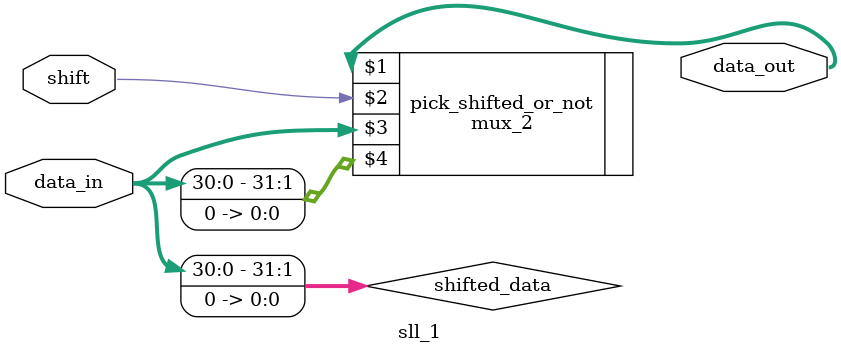
<source format=v>
module sll_1(data_out, data_in, shift);
    input [31:0] data_in;
    input shift;

    output [31:0] data_out;

    wire [31:0] shifted_data;

    assign shifted_data[0] = 0;
    assign shifted_data[31:1] = data_in[30:0];

    mux_2 pick_shifted_or_not(data_out, shift, data_in, shifted_data);

endmodule
</source>
